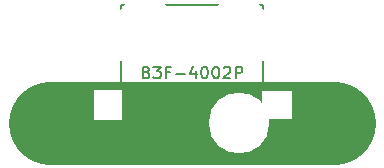
<source format=gto>
%TF.GenerationSoftware,KiCad,Pcbnew,4.0.5-e0-6337~49~ubuntu16.04.1*%
%TF.CreationDate,2017-02-13T23:24:52-08:00*%
%TF.ProjectId,2x4-12mm-Square-SMT-Pushbutton,3278342D31326D6D2D5371756172652D,v1.0*%
%TF.FileFunction,Legend,Top*%
%FSLAX46Y46*%
G04 Gerber Fmt 4.6, Leading zero omitted, Abs format (unit mm)*
G04 Created by KiCad (PCBNEW 4.0.5-e0-6337~49~ubuntu16.04.1) date Mon Feb 13 23:24:52 2017*
%MOMM*%
%LPD*%
G01*
G04 APERTURE LIST*
%ADD10C,0.350000*%
%ADD11C,7.000000*%
%ADD12C,0.152400*%
%ADD13C,0.150000*%
%ADD14C,5.132400*%
%ADD15R,2.452400X2.552400*%
%ADD16R,2.552400X2.452400*%
G04 APERTURE END LIST*
D10*
D11*
X44526200Y-51409600D02*
X20526200Y-51409600D01*
D12*
X38526200Y-46159600D02*
X38526200Y-46409600D01*
X38526200Y-46409600D02*
X38526200Y-48659600D01*
X38526200Y-53409600D02*
X38526200Y-51159600D01*
X26526200Y-53409600D02*
X38526200Y-53409600D01*
X26526200Y-51159600D02*
X26526200Y-53409600D01*
X26526200Y-46159600D02*
X26526200Y-48659600D01*
X26526200Y-41409600D02*
X26526200Y-43659600D01*
X38526200Y-41409600D02*
X38526200Y-43409600D01*
X26526200Y-41409600D02*
X38526200Y-41409600D01*
D13*
X28669058Y-47138171D02*
X28811915Y-47185790D01*
X28859534Y-47233410D01*
X28907153Y-47328648D01*
X28907153Y-47471505D01*
X28859534Y-47566743D01*
X28811915Y-47614362D01*
X28716677Y-47661981D01*
X28335724Y-47661981D01*
X28335724Y-46661981D01*
X28669058Y-46661981D01*
X28764296Y-46709600D01*
X28811915Y-46757219D01*
X28859534Y-46852457D01*
X28859534Y-46947695D01*
X28811915Y-47042933D01*
X28764296Y-47090552D01*
X28669058Y-47138171D01*
X28335724Y-47138171D01*
X29240486Y-46661981D02*
X29859534Y-46661981D01*
X29526200Y-47042933D01*
X29669058Y-47042933D01*
X29764296Y-47090552D01*
X29811915Y-47138171D01*
X29859534Y-47233410D01*
X29859534Y-47471505D01*
X29811915Y-47566743D01*
X29764296Y-47614362D01*
X29669058Y-47661981D01*
X29383343Y-47661981D01*
X29288105Y-47614362D01*
X29240486Y-47566743D01*
X30621439Y-47138171D02*
X30288105Y-47138171D01*
X30288105Y-47661981D02*
X30288105Y-46661981D01*
X30764296Y-46661981D01*
X31145248Y-47281029D02*
X31907153Y-47281029D01*
X32811915Y-46995314D02*
X32811915Y-47661981D01*
X32573819Y-46614362D02*
X32335724Y-47328648D01*
X32954772Y-47328648D01*
X33526200Y-46661981D02*
X33621439Y-46661981D01*
X33716677Y-46709600D01*
X33764296Y-46757219D01*
X33811915Y-46852457D01*
X33859534Y-47042933D01*
X33859534Y-47281029D01*
X33811915Y-47471505D01*
X33764296Y-47566743D01*
X33716677Y-47614362D01*
X33621439Y-47661981D01*
X33526200Y-47661981D01*
X33430962Y-47614362D01*
X33383343Y-47566743D01*
X33335724Y-47471505D01*
X33288105Y-47281029D01*
X33288105Y-47042933D01*
X33335724Y-46852457D01*
X33383343Y-46757219D01*
X33430962Y-46709600D01*
X33526200Y-46661981D01*
X34478581Y-46661981D02*
X34573820Y-46661981D01*
X34669058Y-46709600D01*
X34716677Y-46757219D01*
X34764296Y-46852457D01*
X34811915Y-47042933D01*
X34811915Y-47281029D01*
X34764296Y-47471505D01*
X34716677Y-47566743D01*
X34669058Y-47614362D01*
X34573820Y-47661981D01*
X34478581Y-47661981D01*
X34383343Y-47614362D01*
X34335724Y-47566743D01*
X34288105Y-47471505D01*
X34240486Y-47281029D01*
X34240486Y-47042933D01*
X34288105Y-46852457D01*
X34335724Y-46757219D01*
X34383343Y-46709600D01*
X34478581Y-46661981D01*
X35192867Y-46757219D02*
X35240486Y-46709600D01*
X35335724Y-46661981D01*
X35573820Y-46661981D01*
X35669058Y-46709600D01*
X35716677Y-46757219D01*
X35764296Y-46852457D01*
X35764296Y-46947695D01*
X35716677Y-47090552D01*
X35145248Y-47661981D01*
X35764296Y-47661981D01*
X36192867Y-47661981D02*
X36192867Y-46661981D01*
X36573820Y-46661981D01*
X36669058Y-46709600D01*
X36716677Y-46757219D01*
X36764296Y-46852457D01*
X36764296Y-46995314D01*
X36716677Y-47090552D01*
X36669058Y-47138171D01*
X36573820Y-47185790D01*
X36192867Y-47185790D01*
%LPC*%
D14*
X28526200Y-43409600D03*
X36526200Y-43409600D03*
X36526200Y-51409600D03*
D15*
X39676200Y-44909600D03*
D16*
X39676200Y-49909600D03*
D15*
X25376200Y-44909600D03*
X25376200Y-49909600D03*
M02*

</source>
